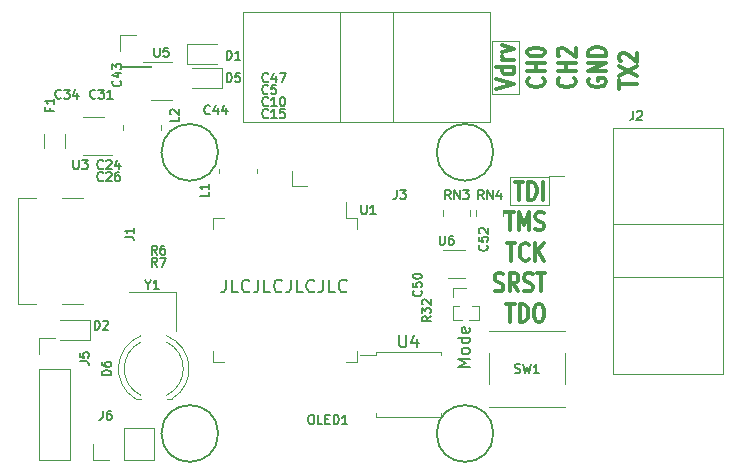
<source format=gbr>
%TF.GenerationSoftware,KiCad,Pcbnew,(5.1.5)-3*%
%TF.CreationDate,2020-04-26T22:01:22+08:00*%
%TF.ProjectId,vllink_highspeed.r1,766c6c69-6e6b-45f6-9869-676873706565,rev?*%
%TF.SameCoordinates,Original*%
%TF.FileFunction,Legend,Top*%
%TF.FilePolarity,Positive*%
%FSLAX46Y46*%
G04 Gerber Fmt 4.6, Leading zero omitted, Abs format (unit mm)*
G04 Created by KiCad (PCBNEW (5.1.5)-3) date 2020-04-26 22:01:22*
%MOMM*%
%LPD*%
G04 APERTURE LIST*
%ADD10C,0.203200*%
%ADD11C,0.120000*%
%ADD12C,0.304800*%
%ADD13C,0.150000*%
%ADD14C,0.152400*%
G04 APERTURE END LIST*
D10*
X116103400Y-120192800D02*
X116103400Y-120954800D01*
X116052600Y-121107200D01*
X115951000Y-121208800D01*
X115798600Y-121259600D01*
X115697000Y-121259600D01*
X117119400Y-121259600D02*
X116611400Y-121259600D01*
X116611400Y-120192800D01*
X118084600Y-121158000D02*
X118033800Y-121208800D01*
X117881400Y-121259600D01*
X117779800Y-121259600D01*
X117627400Y-121208800D01*
X117525800Y-121107200D01*
X117475000Y-121005600D01*
X117424200Y-120802400D01*
X117424200Y-120650000D01*
X117475000Y-120446800D01*
X117525800Y-120345200D01*
X117627400Y-120243600D01*
X117779800Y-120192800D01*
X117881400Y-120192800D01*
X118033800Y-120243600D01*
X118084600Y-120294400D01*
X118846600Y-120192800D02*
X118846600Y-120954800D01*
X118795800Y-121107200D01*
X118694200Y-121208800D01*
X118541800Y-121259600D01*
X118440200Y-121259600D01*
X119862600Y-121259600D02*
X119354600Y-121259600D01*
X119354600Y-120192800D01*
X120827800Y-121158000D02*
X120777000Y-121208800D01*
X120624600Y-121259600D01*
X120523000Y-121259600D01*
X120370600Y-121208800D01*
X120269000Y-121107200D01*
X120218200Y-121005600D01*
X120167400Y-120802400D01*
X120167400Y-120650000D01*
X120218200Y-120446800D01*
X120269000Y-120345200D01*
X120370600Y-120243600D01*
X120523000Y-120192800D01*
X120624600Y-120192800D01*
X120777000Y-120243600D01*
X120827800Y-120294400D01*
X121589800Y-120192800D02*
X121589800Y-120954800D01*
X121539000Y-121107200D01*
X121437400Y-121208800D01*
X121285000Y-121259600D01*
X121183400Y-121259600D01*
X122605800Y-121259600D02*
X122097800Y-121259600D01*
X122097800Y-120192800D01*
X123571000Y-121158000D02*
X123520200Y-121208800D01*
X123367800Y-121259600D01*
X123266200Y-121259600D01*
X123113800Y-121208800D01*
X123012200Y-121107200D01*
X122961400Y-121005600D01*
X122910600Y-120802400D01*
X122910600Y-120650000D01*
X122961400Y-120446800D01*
X123012200Y-120345200D01*
X123113800Y-120243600D01*
X123266200Y-120192800D01*
X123367800Y-120192800D01*
X123520200Y-120243600D01*
X123571000Y-120294400D01*
X124333000Y-120192800D02*
X124333000Y-120954800D01*
X124282200Y-121107200D01*
X124180600Y-121208800D01*
X124028200Y-121259600D01*
X123926600Y-121259600D01*
X125349000Y-121259600D02*
X124841000Y-121259600D01*
X124841000Y-120192800D01*
X126314200Y-121158000D02*
X126263400Y-121208800D01*
X126111000Y-121259600D01*
X126009400Y-121259600D01*
X125857000Y-121208800D01*
X125755400Y-121107200D01*
X125704600Y-121005600D01*
X125653800Y-120802400D01*
X125653800Y-120650000D01*
X125704600Y-120446800D01*
X125755400Y-120345200D01*
X125857000Y-120243600D01*
X126009400Y-120192800D01*
X126111000Y-120192800D01*
X126263400Y-120243600D01*
X126314200Y-120294400D01*
D11*
X140894000Y-104445000D02*
X138608000Y-104445000D01*
X140894000Y-101270000D02*
X140894000Y-104445000D01*
X140894000Y-100000000D02*
X140894000Y-101270000D01*
X140640000Y-100000000D02*
X140894000Y-100000000D01*
X138608000Y-100000000D02*
X140640000Y-100000000D01*
X138608000Y-104445000D02*
X138608000Y-100000000D01*
X143459400Y-113885800D02*
X143459400Y-111472800D01*
X143332400Y-113885800D02*
X143459400Y-113885800D01*
X140157400Y-113885800D02*
X143332400Y-113885800D01*
D12*
X138992628Y-104024327D02*
X140516628Y-103600994D01*
X138992628Y-103177660D01*
X140516628Y-102210041D02*
X138992628Y-102210041D01*
X140444057Y-102210041D02*
X140516628Y-102330994D01*
X140516628Y-102572899D01*
X140444057Y-102693851D01*
X140371485Y-102754327D01*
X140226342Y-102814803D01*
X139790914Y-102814803D01*
X139645771Y-102754327D01*
X139573200Y-102693851D01*
X139500628Y-102572899D01*
X139500628Y-102330994D01*
X139573200Y-102210041D01*
X140516628Y-101605280D02*
X139500628Y-101605280D01*
X139790914Y-101605280D02*
X139645771Y-101544803D01*
X139573200Y-101484327D01*
X139500628Y-101363375D01*
X139500628Y-101242422D01*
X139500628Y-100940041D02*
X140516628Y-100637660D01*
X139500628Y-100335280D01*
X142962285Y-103117184D02*
X143034857Y-103177660D01*
X143107428Y-103359089D01*
X143107428Y-103480041D01*
X143034857Y-103661470D01*
X142889714Y-103782422D01*
X142744571Y-103842899D01*
X142454285Y-103903375D01*
X142236571Y-103903375D01*
X141946285Y-103842899D01*
X141801142Y-103782422D01*
X141656000Y-103661470D01*
X141583428Y-103480041D01*
X141583428Y-103359089D01*
X141656000Y-103177660D01*
X141728571Y-103117184D01*
X143107428Y-102572899D02*
X141583428Y-102572899D01*
X142309142Y-102572899D02*
X142309142Y-101847184D01*
X143107428Y-101847184D02*
X141583428Y-101847184D01*
X141583428Y-101000518D02*
X141583428Y-100879565D01*
X141656000Y-100758613D01*
X141728571Y-100698137D01*
X141873714Y-100637660D01*
X142164000Y-100577184D01*
X142526857Y-100577184D01*
X142817142Y-100637660D01*
X142962285Y-100698137D01*
X143034857Y-100758613D01*
X143107428Y-100879565D01*
X143107428Y-101000518D01*
X143034857Y-101121470D01*
X142962285Y-101181946D01*
X142817142Y-101242422D01*
X142526857Y-101302899D01*
X142164000Y-101302899D01*
X141873714Y-101242422D01*
X141728571Y-101181946D01*
X141656000Y-101121470D01*
X141583428Y-101000518D01*
X145553085Y-103117184D02*
X145625657Y-103177660D01*
X145698228Y-103359089D01*
X145698228Y-103480041D01*
X145625657Y-103661470D01*
X145480514Y-103782422D01*
X145335371Y-103842899D01*
X145045085Y-103903375D01*
X144827371Y-103903375D01*
X144537085Y-103842899D01*
X144391942Y-103782422D01*
X144246800Y-103661470D01*
X144174228Y-103480041D01*
X144174228Y-103359089D01*
X144246800Y-103177660D01*
X144319371Y-103117184D01*
X145698228Y-102572899D02*
X144174228Y-102572899D01*
X144899942Y-102572899D02*
X144899942Y-101847184D01*
X145698228Y-101847184D02*
X144174228Y-101847184D01*
X144319371Y-101302899D02*
X144246800Y-101242422D01*
X144174228Y-101121470D01*
X144174228Y-100819089D01*
X144246800Y-100698137D01*
X144319371Y-100637660D01*
X144464514Y-100577184D01*
X144609657Y-100577184D01*
X144827371Y-100637660D01*
X145698228Y-101363375D01*
X145698228Y-100577184D01*
X146837600Y-103177660D02*
X146765028Y-103298613D01*
X146765028Y-103480041D01*
X146837600Y-103661470D01*
X146982742Y-103782422D01*
X147127885Y-103842899D01*
X147418171Y-103903375D01*
X147635885Y-103903375D01*
X147926171Y-103842899D01*
X148071314Y-103782422D01*
X148216457Y-103661470D01*
X148289028Y-103480041D01*
X148289028Y-103359089D01*
X148216457Y-103177660D01*
X148143885Y-103117184D01*
X147635885Y-103117184D01*
X147635885Y-103359089D01*
X148289028Y-102572899D02*
X146765028Y-102572899D01*
X148289028Y-101847184D01*
X146765028Y-101847184D01*
X148289028Y-101242422D02*
X146765028Y-101242422D01*
X146765028Y-100940041D01*
X146837600Y-100758613D01*
X146982742Y-100637660D01*
X147127885Y-100577184D01*
X147418171Y-100516708D01*
X147635885Y-100516708D01*
X147926171Y-100577184D01*
X148071314Y-100637660D01*
X148216457Y-100758613D01*
X148289028Y-100940041D01*
X148289028Y-101242422D01*
X149355828Y-104024327D02*
X149355828Y-103298613D01*
X150879828Y-103661470D02*
X149355828Y-103661470D01*
X149355828Y-102996232D02*
X150879828Y-102149565D01*
X149355828Y-102149565D02*
X150879828Y-102996232D01*
X149500971Y-101726232D02*
X149428400Y-101665756D01*
X149355828Y-101544803D01*
X149355828Y-101242422D01*
X149428400Y-101121470D01*
X149500971Y-101060994D01*
X149646114Y-101000518D01*
X149791257Y-101000518D01*
X150008971Y-101060994D01*
X150879828Y-101786708D01*
X150879828Y-101000518D01*
D11*
X140157400Y-111472800D02*
X140157400Y-113885800D01*
X143459400Y-111472800D02*
X140157400Y-111472800D01*
D12*
X140539851Y-111903528D02*
X141265565Y-111903528D01*
X140902708Y-113427528D02*
X140902708Y-111903528D01*
X141688899Y-113427528D02*
X141688899Y-111903528D01*
X141991280Y-111903528D01*
X142172708Y-111976100D01*
X142293660Y-112121242D01*
X142354137Y-112266385D01*
X142414613Y-112556671D01*
X142414613Y-112774385D01*
X142354137Y-113064671D01*
X142293660Y-113209814D01*
X142172708Y-113354957D01*
X141991280Y-113427528D01*
X141688899Y-113427528D01*
X142958899Y-113427528D02*
X142958899Y-111903528D01*
X139753660Y-114494328D02*
X140479375Y-114494328D01*
X140116518Y-116018328D02*
X140116518Y-114494328D01*
X140902708Y-116018328D02*
X140902708Y-114494328D01*
X141326041Y-115582900D01*
X141749375Y-114494328D01*
X141749375Y-116018328D01*
X142293660Y-115945757D02*
X142475089Y-116018328D01*
X142777470Y-116018328D01*
X142898422Y-115945757D01*
X142958899Y-115873185D01*
X143019375Y-115728042D01*
X143019375Y-115582900D01*
X142958899Y-115437757D01*
X142898422Y-115365185D01*
X142777470Y-115292614D01*
X142535565Y-115220042D01*
X142414613Y-115147471D01*
X142354137Y-115074900D01*
X142293660Y-114929757D01*
X142293660Y-114784614D01*
X142354137Y-114639471D01*
X142414613Y-114566900D01*
X142535565Y-114494328D01*
X142837946Y-114494328D01*
X143019375Y-114566900D01*
X139874613Y-117085128D02*
X140600327Y-117085128D01*
X140237470Y-118609128D02*
X140237470Y-117085128D01*
X141749375Y-118463985D02*
X141688899Y-118536557D01*
X141507470Y-118609128D01*
X141386518Y-118609128D01*
X141205089Y-118536557D01*
X141084137Y-118391414D01*
X141023660Y-118246271D01*
X140963184Y-117955985D01*
X140963184Y-117738271D01*
X141023660Y-117447985D01*
X141084137Y-117302842D01*
X141205089Y-117157700D01*
X141386518Y-117085128D01*
X141507470Y-117085128D01*
X141688899Y-117157700D01*
X141749375Y-117230271D01*
X142293660Y-118609128D02*
X142293660Y-117085128D01*
X143019375Y-118609128D02*
X142475089Y-117738271D01*
X143019375Y-117085128D02*
X142293660Y-117955985D01*
X138846518Y-121127357D02*
X139027946Y-121199928D01*
X139330327Y-121199928D01*
X139451280Y-121127357D01*
X139511756Y-121054785D01*
X139572232Y-120909642D01*
X139572232Y-120764500D01*
X139511756Y-120619357D01*
X139451280Y-120546785D01*
X139330327Y-120474214D01*
X139088422Y-120401642D01*
X138967470Y-120329071D01*
X138906994Y-120256500D01*
X138846518Y-120111357D01*
X138846518Y-119966214D01*
X138906994Y-119821071D01*
X138967470Y-119748500D01*
X139088422Y-119675928D01*
X139390803Y-119675928D01*
X139572232Y-119748500D01*
X140842232Y-121199928D02*
X140418899Y-120474214D01*
X140116518Y-121199928D02*
X140116518Y-119675928D01*
X140600327Y-119675928D01*
X140721280Y-119748500D01*
X140781756Y-119821071D01*
X140842232Y-119966214D01*
X140842232Y-120183928D01*
X140781756Y-120329071D01*
X140721280Y-120401642D01*
X140600327Y-120474214D01*
X140116518Y-120474214D01*
X141326041Y-121127357D02*
X141507470Y-121199928D01*
X141809851Y-121199928D01*
X141930803Y-121127357D01*
X141991280Y-121054785D01*
X142051756Y-120909642D01*
X142051756Y-120764500D01*
X141991280Y-120619357D01*
X141930803Y-120546785D01*
X141809851Y-120474214D01*
X141567946Y-120401642D01*
X141446994Y-120329071D01*
X141386518Y-120256500D01*
X141326041Y-120111357D01*
X141326041Y-119966214D01*
X141386518Y-119821071D01*
X141446994Y-119748500D01*
X141567946Y-119675928D01*
X141870327Y-119675928D01*
X142051756Y-119748500D01*
X142414613Y-119675928D02*
X143140327Y-119675928D01*
X142777470Y-121199928D02*
X142777470Y-119675928D01*
X139814137Y-122266728D02*
X140539851Y-122266728D01*
X140176994Y-123790728D02*
X140176994Y-122266728D01*
X140963184Y-123790728D02*
X140963184Y-122266728D01*
X141265565Y-122266728D01*
X141446994Y-122339300D01*
X141567946Y-122484442D01*
X141628422Y-122629585D01*
X141688899Y-122919871D01*
X141688899Y-123137585D01*
X141628422Y-123427871D01*
X141567946Y-123573014D01*
X141446994Y-123718157D01*
X141265565Y-123790728D01*
X140963184Y-123790728D01*
X142475089Y-122266728D02*
X142716994Y-122266728D01*
X142837946Y-122339300D01*
X142958899Y-122484442D01*
X143019375Y-122774728D01*
X143019375Y-123282728D01*
X142958899Y-123573014D01*
X142837946Y-123718157D01*
X142716994Y-123790728D01*
X142475089Y-123790728D01*
X142354137Y-123718157D01*
X142233184Y-123573014D01*
X142172708Y-123282728D01*
X142172708Y-122774728D01*
X142233184Y-122484442D01*
X142354137Y-122339300D01*
X142475089Y-122266728D01*
D11*
X144835000Y-124520000D02*
X144835000Y-124550000D01*
X144835000Y-130980000D02*
X144835000Y-130950000D01*
X138375000Y-130980000D02*
X138375000Y-130950000D01*
X138375000Y-124550000D02*
X138375000Y-124520000D01*
X144835000Y-126450000D02*
X144835000Y-129050000D01*
X138375000Y-124520000D02*
X144835000Y-124520000D01*
X138375000Y-126450000D02*
X138375000Y-129050000D01*
X138375000Y-130980000D02*
X144835000Y-130980000D01*
X128799100Y-126592400D02*
X127446600Y-126592400D01*
X128799100Y-126309900D02*
X128799100Y-126592400D01*
X131546600Y-126309900D02*
X128799100Y-126309900D01*
X134294100Y-126309900D02*
X134294100Y-126592400D01*
X131546600Y-126309900D02*
X134294100Y-126309900D01*
X128799100Y-131804900D02*
X128799100Y-131522400D01*
X131546600Y-131804900D02*
X128799100Y-131804900D01*
X134294100Y-131804900D02*
X134294100Y-131522400D01*
X131546600Y-131804900D02*
X134294100Y-131804900D01*
X107128000Y-99508000D02*
X108458000Y-99508000D01*
X107128000Y-100838000D02*
X107128000Y-99508000D01*
X107128000Y-102108000D02*
X109788000Y-102108000D01*
X109788000Y-102108000D02*
X109788000Y-102168000D01*
X107128000Y-102108000D02*
X107128000Y-102168000D01*
X107128000Y-102168000D02*
X109788000Y-102168000D01*
D13*
X138730000Y-133223000D02*
G75*
G03X138730000Y-133223000I-2400000J0D01*
G01*
X138730000Y-109423000D02*
G75*
G03X138730000Y-109423000I-2400000J0D01*
G01*
X115430000Y-109423000D02*
G75*
G03X115430000Y-109423000I-2400000J0D01*
G01*
X115430000Y-133223000D02*
G75*
G03X115430000Y-133223000I-2400000J0D01*
G01*
D11*
X108901173Y-124948785D02*
G75*
G03X108437170Y-130296600I1080827J-2787815D01*
G01*
X111062827Y-124948785D02*
G75*
G02X111526830Y-130296600I-1080827J-2787815D01*
G01*
X108901571Y-125482121D02*
G75*
G03X108902000Y-129991284I1080429J-2254479D01*
G01*
X111062429Y-125482121D02*
G75*
G02X111062000Y-129991284I-1080429J-2254479D01*
G01*
X108437000Y-130296600D02*
X108902000Y-130296600D01*
X111062000Y-130296600D02*
X111527000Y-130296600D01*
X110042000Y-135442000D02*
X110042000Y-132782000D01*
X107442000Y-135442000D02*
X110042000Y-135442000D01*
X107442000Y-132782000D02*
X110042000Y-132782000D01*
X107442000Y-135442000D02*
X107442000Y-132782000D01*
X106172000Y-135442000D02*
X104842000Y-135442000D01*
X104842000Y-135442000D02*
X104842000Y-134112000D01*
X100270000Y-135442000D02*
X102930000Y-135442000D01*
X100270000Y-127762000D02*
X100270000Y-135442000D01*
X102930000Y-127762000D02*
X102930000Y-135442000D01*
X100270000Y-127762000D02*
X102930000Y-127762000D01*
X100270000Y-126492000D02*
X100270000Y-125162000D01*
X100270000Y-125162000D02*
X101600000Y-125162000D01*
X115800000Y-103974000D02*
X115800000Y-102274000D01*
X115800000Y-102274000D02*
X113250000Y-102274000D01*
X115800000Y-103974000D02*
X113250000Y-103974000D01*
X112800000Y-100242000D02*
X112800000Y-101942000D01*
X112800000Y-101942000D02*
X115350000Y-101942000D01*
X112800000Y-100242000D02*
X115350000Y-100242000D01*
X121650000Y-112270000D02*
X122920000Y-112270000D01*
X121650000Y-111000000D02*
X121650000Y-112270000D01*
X117570000Y-97520000D02*
X138430000Y-97520000D01*
X117570000Y-106870000D02*
X117570000Y-97520000D01*
X138430000Y-106870000D02*
X138430000Y-97520000D01*
X138430000Y-106870000D02*
X117570000Y-106870000D01*
X125750000Y-106870000D02*
X125750000Y-97520000D01*
X130250000Y-106870000D02*
X130250000Y-97520000D01*
X143440000Y-111400000D02*
X143440000Y-112670000D01*
X144710000Y-111400000D02*
X143440000Y-111400000D01*
X158190000Y-107320000D02*
X158190000Y-128180000D01*
X148840000Y-107320000D02*
X158190000Y-107320000D01*
X148840000Y-128180000D02*
X158190000Y-128180000D01*
X148840000Y-128180000D02*
X148840000Y-107320000D01*
X148840000Y-115500000D02*
X158190000Y-115500000D01*
X148840000Y-120000000D02*
X158190000Y-120000000D01*
X98519800Y-122219900D02*
X98519800Y-113279900D01*
X104029800Y-122219900D02*
X102229800Y-122219900D01*
X98519800Y-122219900D02*
X99979800Y-122219900D01*
X98519800Y-113279900D02*
X99979800Y-113279900D01*
X104029800Y-113279900D02*
X102229800Y-113279900D01*
X136336000Y-117712000D02*
X134436000Y-117712000D01*
X134936000Y-120032000D02*
X136336000Y-120032000D01*
X111855000Y-124586000D02*
X111855000Y-121286000D01*
X111855000Y-121286000D02*
X107855000Y-121286000D01*
X114972000Y-126217000D02*
X114972000Y-127192000D01*
X114972000Y-127192000D02*
X115947000Y-127192000D01*
X114972000Y-115947000D02*
X114972000Y-114972000D01*
X114972000Y-114972000D02*
X115947000Y-114972000D01*
X127192000Y-126217000D02*
X127192000Y-127192000D01*
X127192000Y-127192000D02*
X126217000Y-127192000D01*
X127192000Y-115947000D02*
X127192000Y-114972000D01*
X127192000Y-114972000D02*
X126217000Y-114972000D01*
X126217000Y-114972000D02*
X126217000Y-113657000D01*
X102510000Y-107855936D02*
X102510000Y-109060064D01*
X100690000Y-107855936D02*
X100690000Y-109060064D01*
X104624000Y-125310000D02*
X104624000Y-123610000D01*
X104624000Y-123610000D02*
X102074000Y-123610000D01*
X104624000Y-125310000D02*
X102074000Y-125310000D01*
X135288000Y-123631000D02*
X136090470Y-123631000D01*
X136705530Y-123631000D02*
X137508000Y-123631000D01*
X135288000Y-122426000D02*
X135288000Y-123631000D01*
X137508000Y-122426000D02*
X137508000Y-123631000D01*
X135288000Y-122426000D02*
X135834529Y-122426000D01*
X136961471Y-122426000D02*
X137508000Y-122426000D01*
X135288000Y-121666000D02*
X135288000Y-120906000D01*
X135288000Y-120906000D02*
X136398000Y-120906000D01*
X118745000Y-110798000D02*
X118745000Y-111198000D01*
X115545000Y-110798000D02*
X115545000Y-111198000D01*
X109717000Y-104988000D02*
X111517000Y-104988000D01*
X111517000Y-101768000D02*
X109067000Y-101768000D01*
X105802000Y-106467000D02*
X104002000Y-106467000D01*
X104002000Y-109687000D02*
X106452000Y-109687000D01*
X137290000Y-114304000D02*
X137290000Y-114804000D01*
X139570000Y-114304000D02*
X139570000Y-114804000D01*
X134496000Y-114304000D02*
X134496000Y-114804000D01*
X136776000Y-114304000D02*
X136776000Y-114804000D01*
X107366000Y-107515000D02*
X107366000Y-107115000D01*
X110566000Y-107515000D02*
X110566000Y-107115000D01*
D14*
X140571000Y-128070428D02*
X140679857Y-128106714D01*
X140861285Y-128106714D01*
X140933857Y-128070428D01*
X140970142Y-128034142D01*
X141006428Y-127961571D01*
X141006428Y-127889000D01*
X140970142Y-127816428D01*
X140933857Y-127780142D01*
X140861285Y-127743857D01*
X140716142Y-127707571D01*
X140643571Y-127671285D01*
X140607285Y-127635000D01*
X140571000Y-127562428D01*
X140571000Y-127489857D01*
X140607285Y-127417285D01*
X140643571Y-127381000D01*
X140716142Y-127344714D01*
X140897571Y-127344714D01*
X141006428Y-127381000D01*
X141260428Y-127344714D02*
X141441857Y-128106714D01*
X141587000Y-127562428D01*
X141732142Y-128106714D01*
X141913571Y-127344714D01*
X142603000Y-128106714D02*
X142167571Y-128106714D01*
X142385285Y-128106714D02*
X142385285Y-127344714D01*
X142312714Y-127453571D01*
X142240142Y-127526142D01*
X142167571Y-127562428D01*
D13*
X130784695Y-124919780D02*
X130784695Y-125729304D01*
X130832314Y-125824542D01*
X130879933Y-125872161D01*
X130975171Y-125919780D01*
X131165647Y-125919780D01*
X131260885Y-125872161D01*
X131308504Y-125824542D01*
X131356123Y-125729304D01*
X131356123Y-124919780D01*
X132260885Y-125253114D02*
X132260885Y-125919780D01*
X132022790Y-124872161D02*
X131784695Y-125586447D01*
X132403742Y-125586447D01*
D14*
X123244428Y-131662714D02*
X123389571Y-131662714D01*
X123462142Y-131699000D01*
X123534714Y-131771571D01*
X123571000Y-131916714D01*
X123571000Y-132170714D01*
X123534714Y-132315857D01*
X123462142Y-132388428D01*
X123389571Y-132424714D01*
X123244428Y-132424714D01*
X123171857Y-132388428D01*
X123099285Y-132315857D01*
X123063000Y-132170714D01*
X123063000Y-131916714D01*
X123099285Y-131771571D01*
X123171857Y-131699000D01*
X123244428Y-131662714D01*
X124260428Y-132424714D02*
X123897571Y-132424714D01*
X123897571Y-131662714D01*
X124514428Y-132025571D02*
X124768428Y-132025571D01*
X124877285Y-132424714D02*
X124514428Y-132424714D01*
X124514428Y-131662714D01*
X124877285Y-131662714D01*
X125203857Y-132424714D02*
X125203857Y-131662714D01*
X125385285Y-131662714D01*
X125494142Y-131699000D01*
X125566714Y-131771571D01*
X125603000Y-131844142D01*
X125639285Y-131989285D01*
X125639285Y-132098142D01*
X125603000Y-132243285D01*
X125566714Y-132315857D01*
X125494142Y-132388428D01*
X125385285Y-132424714D01*
X125203857Y-132424714D01*
X126365000Y-132424714D02*
X125929571Y-132424714D01*
X126147285Y-132424714D02*
X126147285Y-131662714D01*
X126074714Y-131771571D01*
X126002142Y-131844142D01*
X125929571Y-131880428D01*
X106366714Y-128299028D02*
X105604714Y-128299028D01*
X105604714Y-128117600D01*
X105641000Y-128008742D01*
X105713571Y-127936171D01*
X105786142Y-127899885D01*
X105931285Y-127863600D01*
X106040142Y-127863600D01*
X106185285Y-127899885D01*
X106257857Y-127936171D01*
X106330428Y-128008742D01*
X106366714Y-128117600D01*
X106366714Y-128299028D01*
X105604714Y-127210457D02*
X105604714Y-127355600D01*
X105641000Y-127428171D01*
X105677285Y-127464457D01*
X105786142Y-127537028D01*
X105931285Y-127573314D01*
X106221571Y-127573314D01*
X106294142Y-127537028D01*
X106330428Y-127500742D01*
X106366714Y-127428171D01*
X106366714Y-127283028D01*
X106330428Y-127210457D01*
X106294142Y-127174171D01*
X106221571Y-127137885D01*
X106040142Y-127137885D01*
X105967571Y-127174171D01*
X105931285Y-127210457D01*
X105895000Y-127283028D01*
X105895000Y-127428171D01*
X105931285Y-127500742D01*
X105967571Y-127537028D01*
X106040142Y-127573314D01*
X105664000Y-131281714D02*
X105664000Y-131826000D01*
X105627714Y-131934857D01*
X105555142Y-132007428D01*
X105446285Y-132043714D01*
X105373714Y-132043714D01*
X106353428Y-131281714D02*
X106208285Y-131281714D01*
X106135714Y-131318000D01*
X106099428Y-131354285D01*
X106026857Y-131463142D01*
X105990571Y-131608285D01*
X105990571Y-131898571D01*
X106026857Y-131971142D01*
X106063142Y-132007428D01*
X106135714Y-132043714D01*
X106280857Y-132043714D01*
X106353428Y-132007428D01*
X106389714Y-131971142D01*
X106426000Y-131898571D01*
X106426000Y-131717142D01*
X106389714Y-131644571D01*
X106353428Y-131608285D01*
X106280857Y-131572000D01*
X106135714Y-131572000D01*
X106063142Y-131608285D01*
X106026857Y-131644571D01*
X105990571Y-131717142D01*
X103722714Y-127127000D02*
X104267000Y-127127000D01*
X104375857Y-127163285D01*
X104448428Y-127235857D01*
X104484714Y-127344714D01*
X104484714Y-127417285D01*
X103722714Y-126401285D02*
X103722714Y-126764142D01*
X104085571Y-126800428D01*
X104049285Y-126764142D01*
X104013000Y-126691571D01*
X104013000Y-126510142D01*
X104049285Y-126437571D01*
X104085571Y-126401285D01*
X104158142Y-126365000D01*
X104339571Y-126365000D01*
X104412142Y-126401285D01*
X104448428Y-126437571D01*
X104484714Y-126510142D01*
X104484714Y-126691571D01*
X104448428Y-126764142D01*
X104412142Y-126800428D01*
X116150571Y-103468714D02*
X116150571Y-102706714D01*
X116332000Y-102706714D01*
X116440857Y-102743000D01*
X116513428Y-102815571D01*
X116549714Y-102888142D01*
X116586000Y-103033285D01*
X116586000Y-103142142D01*
X116549714Y-103287285D01*
X116513428Y-103359857D01*
X116440857Y-103432428D01*
X116332000Y-103468714D01*
X116150571Y-103468714D01*
X117275428Y-102706714D02*
X116912571Y-102706714D01*
X116876285Y-103069571D01*
X116912571Y-103033285D01*
X116985142Y-102997000D01*
X117166571Y-102997000D01*
X117239142Y-103033285D01*
X117275428Y-103069571D01*
X117311714Y-103142142D01*
X117311714Y-103323571D01*
X117275428Y-103396142D01*
X117239142Y-103432428D01*
X117166571Y-103468714D01*
X116985142Y-103468714D01*
X116912571Y-103432428D01*
X116876285Y-103396142D01*
X116150571Y-101563714D02*
X116150571Y-100801714D01*
X116332000Y-100801714D01*
X116440857Y-100838000D01*
X116513428Y-100910571D01*
X116549714Y-100983142D01*
X116586000Y-101128285D01*
X116586000Y-101237142D01*
X116549714Y-101382285D01*
X116513428Y-101454857D01*
X116440857Y-101527428D01*
X116332000Y-101563714D01*
X116150571Y-101563714D01*
X117311714Y-101563714D02*
X116876285Y-101563714D01*
X117094000Y-101563714D02*
X117094000Y-100801714D01*
X117021428Y-100910571D01*
X116948857Y-100983142D01*
X116876285Y-101019428D01*
X130556000Y-112612714D02*
X130556000Y-113157000D01*
X130519714Y-113265857D01*
X130447142Y-113338428D01*
X130338285Y-113374714D01*
X130265714Y-113374714D01*
X130846285Y-112612714D02*
X131318000Y-112612714D01*
X131064000Y-112903000D01*
X131172857Y-112903000D01*
X131245428Y-112939285D01*
X131281714Y-112975571D01*
X131318000Y-113048142D01*
X131318000Y-113229571D01*
X131281714Y-113302142D01*
X131245428Y-113338428D01*
X131172857Y-113374714D01*
X130955142Y-113374714D01*
X130882571Y-113338428D01*
X130846285Y-113302142D01*
X150561000Y-105902714D02*
X150561000Y-106447000D01*
X150524714Y-106555857D01*
X150452142Y-106628428D01*
X150343285Y-106664714D01*
X150270714Y-106664714D01*
X150887571Y-105975285D02*
X150923857Y-105939000D01*
X150996428Y-105902714D01*
X151177857Y-105902714D01*
X151250428Y-105939000D01*
X151286714Y-105975285D01*
X151323000Y-106047857D01*
X151323000Y-106120428D01*
X151286714Y-106229285D01*
X150851285Y-106664714D01*
X151323000Y-106664714D01*
X107532714Y-116586000D02*
X108077000Y-116586000D01*
X108185857Y-116622285D01*
X108258428Y-116694857D01*
X108294714Y-116803714D01*
X108294714Y-116876285D01*
X108294714Y-115824000D02*
X108294714Y-116259428D01*
X108294714Y-116041714D02*
X107532714Y-116041714D01*
X107641571Y-116114285D01*
X107714142Y-116186857D01*
X107750428Y-116259428D01*
X107155142Y-103359857D02*
X107191428Y-103396142D01*
X107227714Y-103505000D01*
X107227714Y-103577571D01*
X107191428Y-103686428D01*
X107118857Y-103759000D01*
X107046285Y-103795285D01*
X106901142Y-103831571D01*
X106792285Y-103831571D01*
X106647142Y-103795285D01*
X106574571Y-103759000D01*
X106502000Y-103686428D01*
X106465714Y-103577571D01*
X106465714Y-103505000D01*
X106502000Y-103396142D01*
X106538285Y-103359857D01*
X106719714Y-102706714D02*
X107227714Y-102706714D01*
X106429428Y-102888142D02*
X106973714Y-103069571D01*
X106973714Y-102597857D01*
X106465714Y-102380142D02*
X106465714Y-101908428D01*
X106756000Y-102162428D01*
X106756000Y-102053571D01*
X106792285Y-101981000D01*
X106828571Y-101944714D01*
X106901142Y-101908428D01*
X107082571Y-101908428D01*
X107155142Y-101944714D01*
X107191428Y-101981000D01*
X107227714Y-102053571D01*
X107227714Y-102271285D01*
X107191428Y-102343857D01*
X107155142Y-102380142D01*
X114750142Y-106139142D02*
X114713857Y-106175428D01*
X114605000Y-106211714D01*
X114532428Y-106211714D01*
X114423571Y-106175428D01*
X114351000Y-106102857D01*
X114314714Y-106030285D01*
X114278428Y-105885142D01*
X114278428Y-105776285D01*
X114314714Y-105631142D01*
X114351000Y-105558571D01*
X114423571Y-105486000D01*
X114532428Y-105449714D01*
X114605000Y-105449714D01*
X114713857Y-105486000D01*
X114750142Y-105522285D01*
X115403285Y-105703714D02*
X115403285Y-106211714D01*
X115221857Y-105413428D02*
X115040428Y-105957714D01*
X115512142Y-105957714D01*
X116129000Y-105703714D02*
X116129000Y-106211714D01*
X115947571Y-105413428D02*
X115766142Y-105957714D01*
X116237857Y-105957714D01*
X134191828Y-116473514D02*
X134191828Y-117090371D01*
X134228114Y-117162942D01*
X134264400Y-117199228D01*
X134336971Y-117235514D01*
X134482114Y-117235514D01*
X134554685Y-117199228D01*
X134590971Y-117162942D01*
X134627257Y-117090371D01*
X134627257Y-116473514D01*
X135316685Y-116473514D02*
X135171542Y-116473514D01*
X135098971Y-116509800D01*
X135062685Y-116546085D01*
X134990114Y-116654942D01*
X134953828Y-116800085D01*
X134953828Y-117090371D01*
X134990114Y-117162942D01*
X135026400Y-117199228D01*
X135098971Y-117235514D01*
X135244114Y-117235514D01*
X135316685Y-117199228D01*
X135352971Y-117162942D01*
X135389257Y-117090371D01*
X135389257Y-116908942D01*
X135352971Y-116836371D01*
X135316685Y-116800085D01*
X135244114Y-116763800D01*
X135098971Y-116763800D01*
X135026400Y-116800085D01*
X134990114Y-116836371D01*
X134953828Y-116908942D01*
X109492142Y-120631857D02*
X109492142Y-120994714D01*
X109238142Y-120232714D02*
X109492142Y-120631857D01*
X109746142Y-120232714D01*
X110399285Y-120994714D02*
X109963857Y-120994714D01*
X110181571Y-120994714D02*
X110181571Y-120232714D01*
X110109000Y-120341571D01*
X110036428Y-120414142D01*
X109963857Y-120450428D01*
X138194142Y-117279057D02*
X138230428Y-117315342D01*
X138266714Y-117424200D01*
X138266714Y-117496771D01*
X138230428Y-117605628D01*
X138157857Y-117678200D01*
X138085285Y-117714485D01*
X137940142Y-117750771D01*
X137831285Y-117750771D01*
X137686142Y-117714485D01*
X137613571Y-117678200D01*
X137541000Y-117605628D01*
X137504714Y-117496771D01*
X137504714Y-117424200D01*
X137541000Y-117315342D01*
X137577285Y-117279057D01*
X137504714Y-116589628D02*
X137504714Y-116952485D01*
X137867571Y-116988771D01*
X137831285Y-116952485D01*
X137795000Y-116879914D01*
X137795000Y-116698485D01*
X137831285Y-116625914D01*
X137867571Y-116589628D01*
X137940142Y-116553342D01*
X138121571Y-116553342D01*
X138194142Y-116589628D01*
X138230428Y-116625914D01*
X138266714Y-116698485D01*
X138266714Y-116879914D01*
X138230428Y-116952485D01*
X138194142Y-116988771D01*
X137577285Y-116263057D02*
X137541000Y-116226771D01*
X137504714Y-116154200D01*
X137504714Y-115972771D01*
X137541000Y-115900200D01*
X137577285Y-115863914D01*
X137649857Y-115827628D01*
X137722428Y-115827628D01*
X137831285Y-115863914D01*
X138266714Y-116299342D01*
X138266714Y-115827628D01*
X132606142Y-121139857D02*
X132642428Y-121176142D01*
X132678714Y-121285000D01*
X132678714Y-121357571D01*
X132642428Y-121466428D01*
X132569857Y-121539000D01*
X132497285Y-121575285D01*
X132352142Y-121611571D01*
X132243285Y-121611571D01*
X132098142Y-121575285D01*
X132025571Y-121539000D01*
X131953000Y-121466428D01*
X131916714Y-121357571D01*
X131916714Y-121285000D01*
X131953000Y-121176142D01*
X131989285Y-121139857D01*
X131916714Y-120450428D02*
X131916714Y-120813285D01*
X132279571Y-120849571D01*
X132243285Y-120813285D01*
X132207000Y-120740714D01*
X132207000Y-120559285D01*
X132243285Y-120486714D01*
X132279571Y-120450428D01*
X132352142Y-120414142D01*
X132533571Y-120414142D01*
X132606142Y-120450428D01*
X132642428Y-120486714D01*
X132678714Y-120559285D01*
X132678714Y-120740714D01*
X132642428Y-120813285D01*
X132606142Y-120849571D01*
X131916714Y-119942428D02*
X131916714Y-119869857D01*
X131953000Y-119797285D01*
X131989285Y-119761000D01*
X132061857Y-119724714D01*
X132207000Y-119688428D01*
X132388428Y-119688428D01*
X132533571Y-119724714D01*
X132606142Y-119761000D01*
X132642428Y-119797285D01*
X132678714Y-119869857D01*
X132678714Y-119942428D01*
X132642428Y-120015000D01*
X132606142Y-120051285D01*
X132533571Y-120087571D01*
X132388428Y-120123857D01*
X132207000Y-120123857D01*
X132061857Y-120087571D01*
X131989285Y-120051285D01*
X131953000Y-120015000D01*
X131916714Y-119942428D01*
X127562428Y-113882714D02*
X127562428Y-114499571D01*
X127598714Y-114572142D01*
X127635000Y-114608428D01*
X127707571Y-114644714D01*
X127852714Y-114644714D01*
X127925285Y-114608428D01*
X127961571Y-114572142D01*
X127997857Y-114499571D01*
X127997857Y-113882714D01*
X128759857Y-114644714D02*
X128324428Y-114644714D01*
X128542142Y-114644714D02*
X128542142Y-113882714D01*
X128469571Y-113991571D01*
X128397000Y-114064142D01*
X128324428Y-114100428D01*
X101164571Y-105664000D02*
X101164571Y-105918000D01*
X101563714Y-105918000D02*
X100801714Y-105918000D01*
X100801714Y-105555142D01*
X101563714Y-104865714D02*
X101563714Y-105301142D01*
X101563714Y-105083428D02*
X100801714Y-105083428D01*
X100910571Y-105156000D01*
X100983142Y-105228571D01*
X101019428Y-105301142D01*
X104974571Y-124423714D02*
X104974571Y-123661714D01*
X105156000Y-123661714D01*
X105264857Y-123698000D01*
X105337428Y-123770571D01*
X105373714Y-123843142D01*
X105410000Y-123988285D01*
X105410000Y-124097142D01*
X105373714Y-124242285D01*
X105337428Y-124314857D01*
X105264857Y-124387428D01*
X105156000Y-124423714D01*
X104974571Y-124423714D01*
X105700285Y-123734285D02*
X105736571Y-123698000D01*
X105809142Y-123661714D01*
X105990571Y-123661714D01*
X106063142Y-123698000D01*
X106099428Y-123734285D01*
X106135714Y-123806857D01*
X106135714Y-123879428D01*
X106099428Y-123988285D01*
X105664000Y-124423714D01*
X106135714Y-124423714D01*
X119652142Y-103396142D02*
X119615857Y-103432428D01*
X119507000Y-103468714D01*
X119434428Y-103468714D01*
X119325571Y-103432428D01*
X119253000Y-103359857D01*
X119216714Y-103287285D01*
X119180428Y-103142142D01*
X119180428Y-103033285D01*
X119216714Y-102888142D01*
X119253000Y-102815571D01*
X119325571Y-102743000D01*
X119434428Y-102706714D01*
X119507000Y-102706714D01*
X119615857Y-102743000D01*
X119652142Y-102779285D01*
X120305285Y-102960714D02*
X120305285Y-103468714D01*
X120123857Y-102670428D02*
X119942428Y-103214714D01*
X120414142Y-103214714D01*
X120631857Y-102706714D02*
X121139857Y-102706714D01*
X120813285Y-103468714D01*
X133440714Y-123298857D02*
X133077857Y-123552857D01*
X133440714Y-123734285D02*
X132678714Y-123734285D01*
X132678714Y-123444000D01*
X132715000Y-123371428D01*
X132751285Y-123335142D01*
X132823857Y-123298857D01*
X132932714Y-123298857D01*
X133005285Y-123335142D01*
X133041571Y-123371428D01*
X133077857Y-123444000D01*
X133077857Y-123734285D01*
X132678714Y-123044857D02*
X132678714Y-122573142D01*
X132969000Y-122827142D01*
X132969000Y-122718285D01*
X133005285Y-122645714D01*
X133041571Y-122609428D01*
X133114142Y-122573142D01*
X133295571Y-122573142D01*
X133368142Y-122609428D01*
X133404428Y-122645714D01*
X133440714Y-122718285D01*
X133440714Y-122936000D01*
X133404428Y-123008571D01*
X133368142Y-123044857D01*
X132751285Y-122282857D02*
X132715000Y-122246571D01*
X132678714Y-122174000D01*
X132678714Y-121992571D01*
X132715000Y-121920000D01*
X132751285Y-121883714D01*
X132823857Y-121847428D01*
X132896428Y-121847428D01*
X133005285Y-121883714D01*
X133440714Y-122319142D01*
X133440714Y-121847428D01*
D13*
X136723380Y-127599866D02*
X135723380Y-127599866D01*
X136437666Y-127266533D01*
X135723380Y-126933200D01*
X136723380Y-126933200D01*
X136723380Y-126314152D02*
X136675761Y-126409390D01*
X136628142Y-126457009D01*
X136532904Y-126504628D01*
X136247190Y-126504628D01*
X136151952Y-126457009D01*
X136104333Y-126409390D01*
X136056714Y-126314152D01*
X136056714Y-126171295D01*
X136104333Y-126076057D01*
X136151952Y-126028438D01*
X136247190Y-125980819D01*
X136532904Y-125980819D01*
X136628142Y-126028438D01*
X136675761Y-126076057D01*
X136723380Y-126171295D01*
X136723380Y-126314152D01*
X136723380Y-125123676D02*
X135723380Y-125123676D01*
X136675761Y-125123676D02*
X136723380Y-125218914D01*
X136723380Y-125409390D01*
X136675761Y-125504628D01*
X136628142Y-125552247D01*
X136532904Y-125599866D01*
X136247190Y-125599866D01*
X136151952Y-125552247D01*
X136104333Y-125504628D01*
X136056714Y-125409390D01*
X136056714Y-125218914D01*
X136104333Y-125123676D01*
X136675761Y-124266533D02*
X136723380Y-124361771D01*
X136723380Y-124552247D01*
X136675761Y-124647485D01*
X136580523Y-124695104D01*
X136199571Y-124695104D01*
X136104333Y-124647485D01*
X136056714Y-124552247D01*
X136056714Y-124361771D01*
X136104333Y-124266533D01*
X136199571Y-124218914D01*
X136294809Y-124218914D01*
X136390047Y-124695104D01*
D14*
X114644714Y-112776000D02*
X114644714Y-113138857D01*
X113882714Y-113138857D01*
X114644714Y-112122857D02*
X114644714Y-112558285D01*
X114644714Y-112340571D02*
X113882714Y-112340571D01*
X113991571Y-112413142D01*
X114064142Y-112485714D01*
X114100428Y-112558285D01*
X110036428Y-100547714D02*
X110036428Y-101164571D01*
X110072714Y-101237142D01*
X110109000Y-101273428D01*
X110181571Y-101309714D01*
X110326714Y-101309714D01*
X110399285Y-101273428D01*
X110435571Y-101237142D01*
X110471857Y-101164571D01*
X110471857Y-100547714D01*
X111197571Y-100547714D02*
X110834714Y-100547714D01*
X110798428Y-100910571D01*
X110834714Y-100874285D01*
X110907285Y-100838000D01*
X111088714Y-100838000D01*
X111161285Y-100874285D01*
X111197571Y-100910571D01*
X111233857Y-100983142D01*
X111233857Y-101164571D01*
X111197571Y-101237142D01*
X111161285Y-101273428D01*
X111088714Y-101309714D01*
X110907285Y-101309714D01*
X110834714Y-101273428D01*
X110798428Y-101237142D01*
X103178428Y-110072714D02*
X103178428Y-110689571D01*
X103214714Y-110762142D01*
X103251000Y-110798428D01*
X103323571Y-110834714D01*
X103468714Y-110834714D01*
X103541285Y-110798428D01*
X103577571Y-110762142D01*
X103613857Y-110689571D01*
X103613857Y-110072714D01*
X103904142Y-110072714D02*
X104375857Y-110072714D01*
X104121857Y-110363000D01*
X104230714Y-110363000D01*
X104303285Y-110399285D01*
X104339571Y-110435571D01*
X104375857Y-110508142D01*
X104375857Y-110689571D01*
X104339571Y-110762142D01*
X104303285Y-110798428D01*
X104230714Y-110834714D01*
X104013000Y-110834714D01*
X103940428Y-110798428D01*
X103904142Y-110762142D01*
X137903857Y-113374714D02*
X137649857Y-113011857D01*
X137468428Y-113374714D02*
X137468428Y-112612714D01*
X137758714Y-112612714D01*
X137831285Y-112649000D01*
X137867571Y-112685285D01*
X137903857Y-112757857D01*
X137903857Y-112866714D01*
X137867571Y-112939285D01*
X137831285Y-112975571D01*
X137758714Y-113011857D01*
X137468428Y-113011857D01*
X138230428Y-113374714D02*
X138230428Y-112612714D01*
X138665857Y-113374714D01*
X138665857Y-112612714D01*
X139355285Y-112866714D02*
X139355285Y-113374714D01*
X139173857Y-112576428D02*
X138992428Y-113120714D01*
X139464142Y-113120714D01*
X135109857Y-113374714D02*
X134855857Y-113011857D01*
X134674428Y-113374714D02*
X134674428Y-112612714D01*
X134964714Y-112612714D01*
X135037285Y-112649000D01*
X135073571Y-112685285D01*
X135109857Y-112757857D01*
X135109857Y-112866714D01*
X135073571Y-112939285D01*
X135037285Y-112975571D01*
X134964714Y-113011857D01*
X134674428Y-113011857D01*
X135436428Y-113374714D02*
X135436428Y-112612714D01*
X135871857Y-113374714D01*
X135871857Y-112612714D01*
X136162142Y-112612714D02*
X136633857Y-112612714D01*
X136379857Y-112903000D01*
X136488714Y-112903000D01*
X136561285Y-112939285D01*
X136597571Y-112975571D01*
X136633857Y-113048142D01*
X136633857Y-113229571D01*
X136597571Y-113302142D01*
X136561285Y-113338428D01*
X136488714Y-113374714D01*
X136271000Y-113374714D01*
X136198428Y-113338428D01*
X136162142Y-113302142D01*
X110236000Y-119089714D02*
X109982000Y-118726857D01*
X109800571Y-119089714D02*
X109800571Y-118327714D01*
X110090857Y-118327714D01*
X110163428Y-118364000D01*
X110199714Y-118400285D01*
X110236000Y-118472857D01*
X110236000Y-118581714D01*
X110199714Y-118654285D01*
X110163428Y-118690571D01*
X110090857Y-118726857D01*
X109800571Y-118726857D01*
X110490000Y-118327714D02*
X110998000Y-118327714D01*
X110671428Y-119089714D01*
X110236000Y-118073714D02*
X109982000Y-117710857D01*
X109800571Y-118073714D02*
X109800571Y-117311714D01*
X110090857Y-117311714D01*
X110163428Y-117348000D01*
X110199714Y-117384285D01*
X110236000Y-117456857D01*
X110236000Y-117565714D01*
X110199714Y-117638285D01*
X110163428Y-117674571D01*
X110090857Y-117710857D01*
X109800571Y-117710857D01*
X110889142Y-117311714D02*
X110744000Y-117311714D01*
X110671428Y-117348000D01*
X110635142Y-117384285D01*
X110562571Y-117493142D01*
X110526285Y-117638285D01*
X110526285Y-117928571D01*
X110562571Y-118001142D01*
X110598857Y-118037428D01*
X110671428Y-118073714D01*
X110816571Y-118073714D01*
X110889142Y-118037428D01*
X110925428Y-118001142D01*
X110961714Y-117928571D01*
X110961714Y-117747142D01*
X110925428Y-117674571D01*
X110889142Y-117638285D01*
X110816571Y-117602000D01*
X110671428Y-117602000D01*
X110598857Y-117638285D01*
X110562571Y-117674571D01*
X110526285Y-117747142D01*
X112104714Y-106426000D02*
X112104714Y-106788857D01*
X111342714Y-106788857D01*
X111415285Y-106208285D02*
X111379000Y-106172000D01*
X111342714Y-106099428D01*
X111342714Y-105918000D01*
X111379000Y-105845428D01*
X111415285Y-105809142D01*
X111487857Y-105772857D01*
X111560428Y-105772857D01*
X111669285Y-105809142D01*
X112104714Y-106244571D01*
X112104714Y-105772857D01*
X102126142Y-104793142D02*
X102089857Y-104829428D01*
X101981000Y-104865714D01*
X101908428Y-104865714D01*
X101799571Y-104829428D01*
X101727000Y-104756857D01*
X101690714Y-104684285D01*
X101654428Y-104539142D01*
X101654428Y-104430285D01*
X101690714Y-104285142D01*
X101727000Y-104212571D01*
X101799571Y-104140000D01*
X101908428Y-104103714D01*
X101981000Y-104103714D01*
X102089857Y-104140000D01*
X102126142Y-104176285D01*
X102380142Y-104103714D02*
X102851857Y-104103714D01*
X102597857Y-104394000D01*
X102706714Y-104394000D01*
X102779285Y-104430285D01*
X102815571Y-104466571D01*
X102851857Y-104539142D01*
X102851857Y-104720571D01*
X102815571Y-104793142D01*
X102779285Y-104829428D01*
X102706714Y-104865714D01*
X102489000Y-104865714D01*
X102416428Y-104829428D01*
X102380142Y-104793142D01*
X103505000Y-104357714D02*
X103505000Y-104865714D01*
X103323571Y-104067428D02*
X103142142Y-104611714D01*
X103613857Y-104611714D01*
X105047142Y-104793142D02*
X105010857Y-104829428D01*
X104902000Y-104865714D01*
X104829428Y-104865714D01*
X104720571Y-104829428D01*
X104648000Y-104756857D01*
X104611714Y-104684285D01*
X104575428Y-104539142D01*
X104575428Y-104430285D01*
X104611714Y-104285142D01*
X104648000Y-104212571D01*
X104720571Y-104140000D01*
X104829428Y-104103714D01*
X104902000Y-104103714D01*
X105010857Y-104140000D01*
X105047142Y-104176285D01*
X105301142Y-104103714D02*
X105772857Y-104103714D01*
X105518857Y-104394000D01*
X105627714Y-104394000D01*
X105700285Y-104430285D01*
X105736571Y-104466571D01*
X105772857Y-104539142D01*
X105772857Y-104720571D01*
X105736571Y-104793142D01*
X105700285Y-104829428D01*
X105627714Y-104865714D01*
X105410000Y-104865714D01*
X105337428Y-104829428D01*
X105301142Y-104793142D01*
X106498571Y-104865714D02*
X106063142Y-104865714D01*
X106280857Y-104865714D02*
X106280857Y-104103714D01*
X106208285Y-104212571D01*
X106135714Y-104285142D01*
X106063142Y-104321428D01*
X105682142Y-111778142D02*
X105645857Y-111814428D01*
X105537000Y-111850714D01*
X105464428Y-111850714D01*
X105355571Y-111814428D01*
X105283000Y-111741857D01*
X105246714Y-111669285D01*
X105210428Y-111524142D01*
X105210428Y-111415285D01*
X105246714Y-111270142D01*
X105283000Y-111197571D01*
X105355571Y-111125000D01*
X105464428Y-111088714D01*
X105537000Y-111088714D01*
X105645857Y-111125000D01*
X105682142Y-111161285D01*
X105972428Y-111161285D02*
X106008714Y-111125000D01*
X106081285Y-111088714D01*
X106262714Y-111088714D01*
X106335285Y-111125000D01*
X106371571Y-111161285D01*
X106407857Y-111233857D01*
X106407857Y-111306428D01*
X106371571Y-111415285D01*
X105936142Y-111850714D01*
X106407857Y-111850714D01*
X107061000Y-111088714D02*
X106915857Y-111088714D01*
X106843285Y-111125000D01*
X106807000Y-111161285D01*
X106734428Y-111270142D01*
X106698142Y-111415285D01*
X106698142Y-111705571D01*
X106734428Y-111778142D01*
X106770714Y-111814428D01*
X106843285Y-111850714D01*
X106988428Y-111850714D01*
X107061000Y-111814428D01*
X107097285Y-111778142D01*
X107133571Y-111705571D01*
X107133571Y-111524142D01*
X107097285Y-111451571D01*
X107061000Y-111415285D01*
X106988428Y-111379000D01*
X106843285Y-111379000D01*
X106770714Y-111415285D01*
X106734428Y-111451571D01*
X106698142Y-111524142D01*
X105682142Y-110762142D02*
X105645857Y-110798428D01*
X105537000Y-110834714D01*
X105464428Y-110834714D01*
X105355571Y-110798428D01*
X105283000Y-110725857D01*
X105246714Y-110653285D01*
X105210428Y-110508142D01*
X105210428Y-110399285D01*
X105246714Y-110254142D01*
X105283000Y-110181571D01*
X105355571Y-110109000D01*
X105464428Y-110072714D01*
X105537000Y-110072714D01*
X105645857Y-110109000D01*
X105682142Y-110145285D01*
X105972428Y-110145285D02*
X106008714Y-110109000D01*
X106081285Y-110072714D01*
X106262714Y-110072714D01*
X106335285Y-110109000D01*
X106371571Y-110145285D01*
X106407857Y-110217857D01*
X106407857Y-110290428D01*
X106371571Y-110399285D01*
X105936142Y-110834714D01*
X106407857Y-110834714D01*
X107061000Y-110326714D02*
X107061000Y-110834714D01*
X106879571Y-110036428D02*
X106698142Y-110580714D01*
X107169857Y-110580714D01*
X119652142Y-106444142D02*
X119615857Y-106480428D01*
X119507000Y-106516714D01*
X119434428Y-106516714D01*
X119325571Y-106480428D01*
X119253000Y-106407857D01*
X119216714Y-106335285D01*
X119180428Y-106190142D01*
X119180428Y-106081285D01*
X119216714Y-105936142D01*
X119253000Y-105863571D01*
X119325571Y-105791000D01*
X119434428Y-105754714D01*
X119507000Y-105754714D01*
X119615857Y-105791000D01*
X119652142Y-105827285D01*
X120377857Y-106516714D02*
X119942428Y-106516714D01*
X120160142Y-106516714D02*
X120160142Y-105754714D01*
X120087571Y-105863571D01*
X120015000Y-105936142D01*
X119942428Y-105972428D01*
X121067285Y-105754714D02*
X120704428Y-105754714D01*
X120668142Y-106117571D01*
X120704428Y-106081285D01*
X120777000Y-106045000D01*
X120958428Y-106045000D01*
X121031000Y-106081285D01*
X121067285Y-106117571D01*
X121103571Y-106190142D01*
X121103571Y-106371571D01*
X121067285Y-106444142D01*
X121031000Y-106480428D01*
X120958428Y-106516714D01*
X120777000Y-106516714D01*
X120704428Y-106480428D01*
X120668142Y-106444142D01*
X119652142Y-105428142D02*
X119615857Y-105464428D01*
X119507000Y-105500714D01*
X119434428Y-105500714D01*
X119325571Y-105464428D01*
X119253000Y-105391857D01*
X119216714Y-105319285D01*
X119180428Y-105174142D01*
X119180428Y-105065285D01*
X119216714Y-104920142D01*
X119253000Y-104847571D01*
X119325571Y-104775000D01*
X119434428Y-104738714D01*
X119507000Y-104738714D01*
X119615857Y-104775000D01*
X119652142Y-104811285D01*
X120377857Y-105500714D02*
X119942428Y-105500714D01*
X120160142Y-105500714D02*
X120160142Y-104738714D01*
X120087571Y-104847571D01*
X120015000Y-104920142D01*
X119942428Y-104956428D01*
X120849571Y-104738714D02*
X120922142Y-104738714D01*
X120994714Y-104775000D01*
X121031000Y-104811285D01*
X121067285Y-104883857D01*
X121103571Y-105029000D01*
X121103571Y-105210428D01*
X121067285Y-105355571D01*
X121031000Y-105428142D01*
X120994714Y-105464428D01*
X120922142Y-105500714D01*
X120849571Y-105500714D01*
X120777000Y-105464428D01*
X120740714Y-105428142D01*
X120704428Y-105355571D01*
X120668142Y-105210428D01*
X120668142Y-105029000D01*
X120704428Y-104883857D01*
X120740714Y-104811285D01*
X120777000Y-104775000D01*
X120849571Y-104738714D01*
X119634000Y-104412142D02*
X119597714Y-104448428D01*
X119488857Y-104484714D01*
X119416285Y-104484714D01*
X119307428Y-104448428D01*
X119234857Y-104375857D01*
X119198571Y-104303285D01*
X119162285Y-104158142D01*
X119162285Y-104049285D01*
X119198571Y-103904142D01*
X119234857Y-103831571D01*
X119307428Y-103759000D01*
X119416285Y-103722714D01*
X119488857Y-103722714D01*
X119597714Y-103759000D01*
X119634000Y-103795285D01*
X120323428Y-103722714D02*
X119960571Y-103722714D01*
X119924285Y-104085571D01*
X119960571Y-104049285D01*
X120033142Y-104013000D01*
X120214571Y-104013000D01*
X120287142Y-104049285D01*
X120323428Y-104085571D01*
X120359714Y-104158142D01*
X120359714Y-104339571D01*
X120323428Y-104412142D01*
X120287142Y-104448428D01*
X120214571Y-104484714D01*
X120033142Y-104484714D01*
X119960571Y-104448428D01*
X119924285Y-104412142D01*
M02*

</source>
